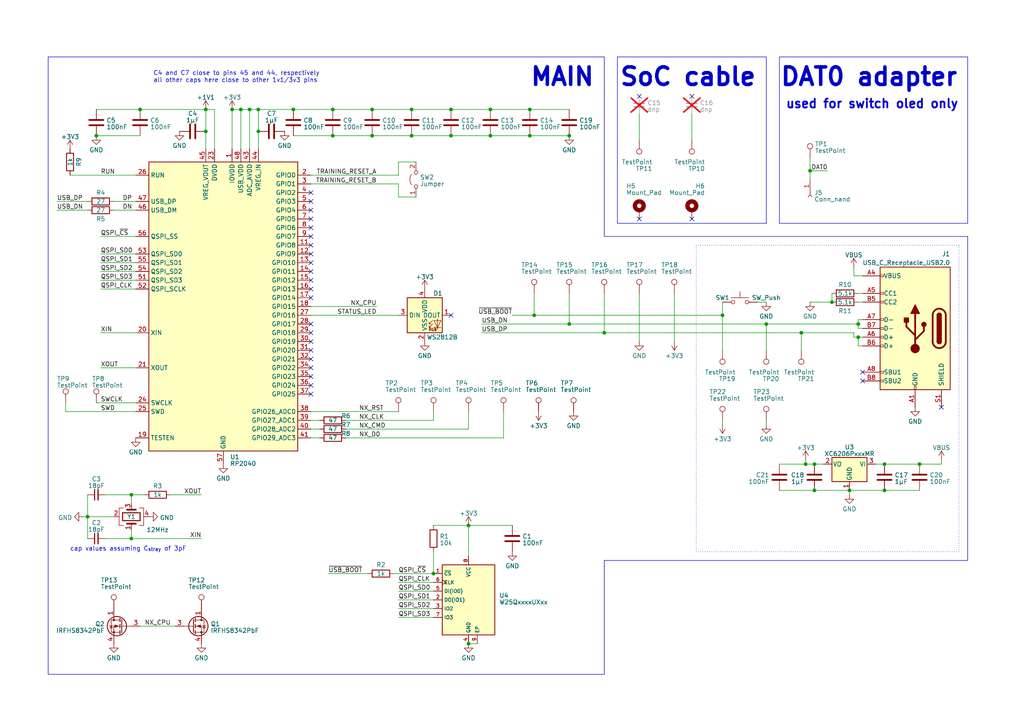
<source format=kicad_sch>
(kicad_sch (version 20230121) (generator eeschema)
  (paper "A4")
  (lib_symbols
    (symbol "Connector:Conn_01x01_Socket" (pin_names (offset 1.016) hide)
      (property "Reference" "J" (at 0 2.54 0))
      (property "Value" "Conn_01x01_Socket" (at 0 -2.54 0))
      (symbol "Conn_01x01_Socket_1_1"
        (pin passive line (at -5.08 0 0) (length 3.81) (name "Pin_1") (number "1"))
      )
    )
    (symbol "Connector:TestPoint" (pin_numbers hide) (pin_names (offset 0.762) hide)
      (property "Reference" "TP" (at 0 6.858 0))
      (property "Value" "TestPoint" (at 0 5.08 0))
      (symbol "TestPoint_1_1"
        (pin passive line (at 0 0 90) (length 2.54) (name "1") (number "1"))
      )
    )
    (symbol "Connector:USB_C_Receptacle_USB2.0" (pin_names (offset 1.016))
      (property "Reference" "J" (at -10.16 19.05 0))
      (property "Value" "USB_C_Receptacle_USB2.0" (at 19.05 19.05 0))
      (symbol "USB_C_Receptacle_USB2.0_1_1"
        (pin passive line (at 0 -22.86 90) (length 5.08) (name "GND") (number "A1"))
        (pin passive line (at 0 -22.86 90) (length 5.08) hide (name "GND") (number "A12"))
        (pin passive line (at 15.24 15.24 180) (length 5.08) (name "VBUS") (number "A4"))
        (pin bidirectional line (at 15.24 10.16 180) (length 5.08) (name "CC1") (number "A5"))
        (pin bidirectional line (at 15.24 -2.54 180) (length 5.08) (name "D+") (number "A6"))
        (pin bidirectional line (at 15.24 2.54 180) (length 5.08) (name "D-") (number "A7"))
        (pin bidirectional line (at 15.24 -12.7 180) (length 5.08) (name "SBU1") (number "A8"))
        (pin passive line (at 15.24 15.24 180) (length 5.08) hide (name "VBUS") (number "A9"))
        (pin passive line (at 0 -22.86 90) (length 5.08) hide (name "GND") (number "B1"))
        (pin passive line (at 0 -22.86 90) (length 5.08) hide (name "GND") (number "B12"))
        (pin passive line (at 15.24 15.24 180) (length 5.08) hide (name "VBUS") (number "B4"))
        (pin bidirectional line (at 15.24 7.62 180) (length 5.08) (name "CC2") (number "B5"))
        (pin bidirectional line (at 15.24 -5.08 180) (length 5.08) (name "D+") (number "B6"))
        (pin bidirectional line (at 15.24 0 180) (length 5.08) (name "D-") (number "B7"))
        (pin bidirectional line (at 15.24 -15.24 180) (length 5.08) (name "SBU2") (number "B8"))
        (pin passive line (at 15.24 15.24 180) (length 5.08) hide (name "VBUS") (number "B9"))
        (pin passive line (at -7.62 -22.86 90) (length 5.08) (name "SHIELD") (number "S1"))
      )
    )
    (symbol "Device:C" (pin_numbers hide) (pin_names (offset 0.254))
      (property "Reference" "C" (at 0.635 2.54 0))
      (property "Value" "C" (at 0.635 -2.54 0))
      (symbol "C_1_1"
        (pin passive line (at 0 3.81 270) (length 2.794) (name "~") (number "1"))
        (pin passive line (at 0 -3.81 90) (length 2.794) (name "~") (number "2"))
      )
    )
    (symbol "Device:C_Small" (pin_numbers hide) (pin_names (offset 0.254) hide)
      (property "Reference" "C" (at 0.254 1.778 0))
      (property "Value" "C_Small" (at 0.254 -2.032 0))
      (symbol "C_Small_1_1"
        (pin passive line (at 0 2.54 270) (length 2.032) (name "~") (number "1"))
        (pin passive line (at 0 -2.54 90) (length 2.032) (name "~") (number "2"))
      )
    )
    (symbol "Device:Crystal_GND24" (pin_names (offset 1.016) hide)
      (property "Reference" "Y" (at 3.175 5.08 0))
      (property "Value" "Crystal_GND24" (at 3.175 3.175 0))
      (symbol "Crystal_GND24_1_1"
        (pin passive line (at -3.81 0 0) (length 1.27) (name "1") (number "1"))
        (pin passive line (at 0 5.08 270) (length 1.27) (name "2") (number "2"))
        (pin passive line (at 3.81 0 180) (length 1.27) (name "3") (number "3"))
        (pin passive line (at 0 -5.08 90) (length 1.27) (name "4") (number "4"))
      )
    )
    (symbol "Device:R" (pin_numbers hide) (pin_names (offset 0))
      (property "Reference" "R" (at 2.032 0 90))
      (property "Value" "R" (at 0 0 90))
      (symbol "R_1_1"
        (pin passive line (at 0 3.81 270) (length 1.27) (name "~") (number "1"))
        (pin passive line (at 0 -3.81 90) (length 1.27) (name "~") (number "2"))
      )
    )
    (symbol "Jumper:Jumper_2_Open" (pin_names (offset 0) hide)
      (property "Reference" "JP" (at 0 2.794 0))
      (property "Value" "Jumper_2_Open" (at 0 -2.286 0))
      (symbol "Jumper_2_Open_1_1"
        (pin passive line (at -5.08 0 0) (length 2.54) (name "A") (number "1"))
        (pin passive line (at 5.08 0 180) (length 2.54) (name "B") (number "2"))
      )
    )
    (symbol "MCU_RaspberryPi:RP2040"
      (property "Reference" "U" (at 17.78 45.72 0))
      (property "Value" "RP2040" (at 17.78 43.18 0))
      (symbol "RP2040_1_1"
        (pin power_in line (at 2.54 45.72 270) (length 3.81) (name "IOVDD") (number "1"))
        (pin passive line (at 2.54 45.72 270) (length 3.81) hide (name "IOVDD") (number "10"))
        (pin bidirectional line (at 25.4 17.78 180) (length 3.81) (name "GPIO8") (number "11"))
        (pin bidirectional line (at 25.4 15.24 180) (length 3.81) (name "GPIO9") (number "12"))
        (pin bidirectional line (at 25.4 12.7 180) (length 3.81) (name "GPIO10") (number "13"))
        (pin bidirectional line (at 25.4 10.16 180) (length 3.81) (name "GPIO11") (number "14"))
        (pin bidirectional line (at 25.4 7.62 180) (length 3.81) (name "GPIO12") (number "15"))
        (pin bidirectional line (at 25.4 5.08 180) (length 3.81) (name "GPIO13") (number "16"))
        (pin bidirectional line (at 25.4 2.54 180) (length 3.81) (name "GPIO14") (number "17"))
        (pin bidirectional line (at 25.4 0 180) (length 3.81) (name "GPIO15") (number "18"))
        (pin input line (at -25.4 -38.1 0) (length 3.81) (name "TESTEN") (number "19"))
        (pin bidirectional line (at 25.4 38.1 180) (length 3.81) (name "GPIO0") (number "2"))
        (pin input line (at -25.4 -7.62 0) (length 3.81) (name "XIN") (number "20"))
        (pin passive line (at -25.4 -17.78 0) (length 3.81) (name "XOUT") (number "21"))
        (pin passive line (at 2.54 45.72 270) (length 3.81) hide (name "IOVDD") (number "22"))
        (pin power_in line (at -2.54 45.72 270) (length 3.81) (name "DVDD") (number "23"))
        (pin input line (at -25.4 -27.94 0) (length 3.81) (name "SWCLK") (number "24"))
        (pin bidirectional line (at -25.4 -30.48 0) (length 3.81) (name "SWD") (number "25"))
        (pin input line (at -25.4 38.1 0) (length 3.81) (name "RUN") (number "26"))
        (pin bidirectional line (at 25.4 -2.54 180) (length 3.81) (name "GPIO16") (number "27"))
        (pin bidirectional line (at 25.4 -5.08 180) (length 3.81) (name "GPIO17") (number "28"))
        (pin bidirectional line (at 25.4 -7.62 180) (length 3.81) (name "GPIO18") (number "29"))
        (pin bidirectional line (at 25.4 35.56 180) (length 3.81) (name "GPIO1") (number "3"))
        (pin bidirectional line (at 25.4 -10.16 180) (length 3.81) (name "GPIO19") (number "30"))
        (pin bidirectional line (at 25.4 -12.7 180) (length 3.81) (name "GPIO20") (number "31"))
        (pin bidirectional line (at 25.4 -15.24 180) (length 3.81) (name "GPIO21") (number "32"))
        (pin passive line (at 2.54 45.72 270) (length 3.81) hide (name "IOVDD") (number "33"))
        (pin bidirectional line (at 25.4 -17.78 180) (length 3.81) (name "GPIO22") (number "34"))
        (pin bidirectional line (at 25.4 -20.32 180) (length 3.81) (name "GPIO23") (number "35"))
        (pin bidirectional line (at 25.4 -22.86 180) (length 3.81) (name "GPIO24") (number "36"))
        (pin bidirectional line (at 25.4 -25.4 180) (length 3.81) (name "GPIO25") (number "37"))
        (pin bidirectional line (at 25.4 -30.48 180) (length 3.81) (name "GPIO26_ADC0") (number "38"))
        (pin bidirectional line (at 25.4 -33.02 180) (length 3.81) (name "GPIO27_ADC1") (number "39"))
        (pin bidirectional line (at 25.4 33.02 180) (length 3.81) (name "GPIO2") (number "4"))
        (pin bidirectional line (at 25.4 -35.56 180) (length 3.81) (name "GPIO28_ADC2") (number "40"))
        (pin bidirectional line (at 25.4 -38.1 180) (length 3.81) (name "GPIO29_ADC3") (number "41"))
        (pin passive line (at 2.54 45.72 270) (length 3.81) hide (name "IOVDD") (number "42"))
        (pin power_in line (at 7.62 45.72 270) (length 3.81) (name "ADC_AVDD") (number "43"))
        (pin power_in line (at 10.16 45.72 270) (length 3.81) (name "VREG_IN") (number "44"))
        (pin power_out line (at -5.08 45.72 270) (length 3.81) (name "VREG_VOUT") (number "45"))
        (pin bidirectional line (at -25.4 27.94 0) (length 3.81) (name "USB_DM") (number "46"))
        (pin bidirectional line (at -25.4 30.48 0) (length 3.81) (name "USB_DP") (number "47"))
        (pin power_in line (at 5.08 45.72 270) (length 3.81) (name "USB_VDD") (number "48"))
        (pin passive line (at 2.54 45.72 270) (length 3.81) hide (name "IOVDD") (number "49"))
        (pin bidirectional line (at 25.4 30.48 180) (length 3.81) (name "GPIO3") (number "5"))
        (pin passive line (at -2.54 45.72 270) (length 3.81) hide (name "DVDD") (number "50"))
        (pin bidirectional line (at -25.4 7.62 0) (length 3.81) (name "QSPI_SD3") (number "51"))
        (pin output line (at -25.4 5.08 0) (length 3.81) (name "QSPI_SCLK") (number "52"))
        (pin bidirectional line (at -25.4 15.24 0) (length 3.81) (name "QSPI_SD0") (number "53"))
        (pin bidirectional line (at -25.4 10.16 0) (length 3.81) (name "QSPI_SD2") (number "54"))
        (pin bidirectional line (at -25.4 12.7 0) (length 3.81) (name "QSPI_SD1") (number "55"))
        (pin bidirectional line (at -25.4 20.32 0) (length 3.81) (name "QSPI_SS") (number "56"))
        (pin power_in line (at 0 -45.72 90) (length 3.81) (name "GND") (number "57"))
        (pin bidirectional line (at 25.4 27.94 180) (length 3.81) (name "GPIO4") (number "6"))
        (pin bidirectional line (at 25.4 25.4 180) (length 3.81) (name "GPIO5") (number "7"))
        (pin bidirectional line (at 25.4 22.86 180) (length 3.81) (name "GPIO6") (number "8"))
        (pin bidirectional line (at 25.4 20.32 180) (length 3.81) (name "GPIO7") (number "9"))
      )
    )
    (symbol "Mechanical:MountingHole_Pad" (pin_numbers hide) (pin_names (offset 1.016) hide)
      (property "Reference" "H" (at 0 6.35 0))
      (property "Value" "MountingHole_Pad" (at 0 4.445 0))
      (symbol "MountingHole_Pad_1_1"
        (pin input line (at 0 -2.54 90) (length 2.54) (name "1") (number "1"))
      )
    )
    (symbol "Regulator_Linear:XC6206PxxxMR" (pin_names (offset 0.254))
      (property "Reference" "U" (at -3.81 3.175 0))
      (property "Value" "XC6206PxxxMR" (at 0 3.175 0))
      (symbol "XC6206PxxxMR_1_1"
        (pin power_in line (at 0 -7.62 90) (length 2.54) (name "GND") (number "1"))
        (pin power_out line (at 7.62 0 180) (length 2.54) (name "VO") (number "2"))
        (pin power_in line (at -7.62 0 0) (length 2.54) (name "VI") (number "3"))
      )
    )
    (symbol "Switch:SW_Push" (pin_numbers hide) (pin_names (offset 1.016) hide)
      (property "Reference" "SW" (at 1.27 2.54 0))
      (property "Value" "SW_Push" (at 0 -1.524 0))
      (symbol "SW_Push_0_1"
        (pin passive line (at -5.08 0 0) (length 2.54) (name "1") (number "1"))
        (pin passive line (at 5.08 0 180) (length 2.54) (name "2") (number "2"))
      )
    )
    (symbol "flexifly:IRFHS8342PbF"
      (property "Reference" "Q" (at 3.81 5.08 0))
      (property "Value" "IRFHS8342PbF" (at 10.16 2.54 0))
      (symbol "IRFHS8342PbF_1_1"
        (pin passive line (at 1.27 5.08 270) (length 2.54) (name "") (number "1"))
        (pin passive line (at 1.27 5.08 270) (length 2.54) hide (name "") (number "2"))
        (pin passive line (at -6.35 0 0) (length 2.54) (name "") (number "3"))
        (pin passive line (at 1.27 -5.08 90) (length 2.54) (name "") (number "4"))
        (pin passive line (at 1.27 5.08 270) (length 2.54) hide (name "") (number "5"))
        (pin passive line (at 1.27 5.08 270) (length 2.54) hide (name "") (number "6"))
        (pin passive line (at 1.27 -5.08 90) (length 2.54) hide (name "") (number "7"))
        (pin passive line (at 1.27 5.08 270) (length 2.54) hide (name "") (number "8"))
      )
    )
    (symbol "flexifly:W25QxxxxUXxx"
      (property "Reference" "U" (at -6.35 11.43 0))
      (property "Value" "W25QxxxxUXxx" (at -8.89 -11.43 0))
      (symbol "W25QxxxxUXxx_0_0"
        (pin input line (at -10.16 7.62 0) (length 2.54) (name "~{CS}") (number "1"))
        (pin bidirectional line (at -10.16 0 0) (length 2.54) (name "DO(IO1)") (number "2"))
        (pin bidirectional line (at -10.16 -2.54 0) (length 2.54) (name "IO2") (number "3"))
        (pin power_in line (at 0 -12.7 90) (length 2.54) (name "GND") (number "4"))
        (pin bidirectional line (at -10.16 2.54 0) (length 2.54) (name "DI(IO0)") (number "5"))
        (pin input clock (at -10.16 5.08 0) (length 2.54) (name "CLK") (number "6"))
        (pin bidirectional line (at -10.16 -5.08 0) (length 2.54) (name "IO3") (number "7"))
      )
      (symbol "W25QxxxxUXxx_1_0"
        (pin power_in line (at 0 12.7 270) (length 2.54) (name "VCC") (number "8"))
        (pin power_in line (at 2.54 -12.7 90) (length 2.54) (name "EP") (number "9"))
      )
    )
    (symbol "flexifly:WS2812B-2020"
      (property "Reference" "U" (at 3.81 6.35 0))
      (property "Value" "WS2812B-2020" (at 0 0 0))
      (symbol "WS2812B-2020_0_0"
        (text "RGB" (at 2.286 -4.191 0) (effects (font (size 0.762 0.762))))
      )
      (symbol "WS2812B-2020_1_1"
        (pin output line (at 7.62 0 180) (length 2.54) (name "DOUT") (number "1"))
        (pin power_in line (at 0 -7.62 90) (length 2.54) (name "VSS") (number "2"))
        (pin input line (at -7.62 0 0) (length 2.54) (name "DIN") (number "3"))
        (pin power_in line (at 0 7.62 270) (length 2.54) (name "VDD") (number "4"))
      )
    )
    (symbol "power:+1V1" (power) (pin_names (offset 0))
      (property "Value" "+1V1" (at 0 3.556 0))
      (symbol "+1V1_1_1"
        (pin power_in line (at 0 0 90) (length 0) hide (name "+1V1") (number "1"))
      )
    )
    (symbol "power:+3V3" (power) (pin_names (offset 0))
      (property "Value" "+3V3" (at 0 3.556 0))
      (symbol "+3V3_1_1"
        (pin power_in line (at 0 0 90) (length 0) hide (name "+3V3") (number "1"))
      )
    )
    (symbol "power:GND" (power) (pin_names (offset 0))
      (property "Value" "GND" (at 0 -3.81 0))
      (symbol "GND_1_1"
        (pin power_in line (at 0 0 270) (length 0) hide (name "GND") (number "1"))
      )
    )
    (symbol "power:VBUS" (power) (pin_names (offset 0))
      (property "Value" "VBUS" (at 0 3.81 0))
      (symbol "VBUS_1_1"
        (pin power_in line (at 0 0 90) (length 0) hide (name "VBUS") (number "1"))
      )
    )
  )
  (junction (at 27.94 39.37))
  (junction (at 85.09 31.75))
  (junction (at 248.92 93.98))
  (junction (at 234.95 49.53))
  (junction (at 74.93 31.75))
  (junction (at 59.69 38.1))
  (junction (at 266.7 134.62))
  (junction (at 96.52 31.75))
  (junction (at 25.4 149.86))
  (junction (at 119.38 39.37))
  (junction (at 130.81 31.75))
  (junction (at 72.39 31.75))
  (junction (at 96.52 39.37))
  (junction (at 222.25 93.98))
  (junction (at 175.26 96.52))
  (junction (at 165.1 39.37))
  (junction (at 236.22 142.24))
  (junction (at 232.41 96.52))
  (junction (at 142.24 31.75))
  (junction (at 256.54 142.24))
  (junction (at 38.1 156.21))
  (junction (at 125.73 166.37))
  (junction (at 153.67 39.37))
  (junction (at 119.38 31.75))
  (junction (at 69.85 31.75))
  (junction (at 67.31 31.75))
  (junction (at 107.95 31.75))
  (junction (at 236.22 134.62))
  (junction (at 165.1 93.98))
  (junction (at 142.24 39.37))
  (junction (at 38.1 143.51))
  (junction (at 59.69 31.75))
  (junction (at 130.81 39.37))
  (junction (at 248.92 97.79))
  (junction (at 256.54 134.62))
  (junction (at 135.89 152.4))
  (junction (at 209.55 91.44))
  (junction (at 40.64 31.75))
  (junction (at 233.68 134.62))
  (junction (at 135.89 186.69))
  (junction (at 74.93 38.1))
  (junction (at 153.67 31.75))
  (junction (at 241.3 87.63))
  (junction (at 107.95 39.37))
  (junction (at 154.94 91.44))
  (junction (at 246.38 142.24))
  (no_connect (at 90.17 71.12))
  (no_connect (at 90.17 60.96))
  (no_connect (at 90.17 99.06))
  (no_connect (at 250.19 107.95))
  (no_connect (at 273.05 118.11))
  (no_connect (at 90.17 68.58))
  (no_connect (at 250.19 110.49))
  (no_connect (at 90.17 114.3))
  (no_connect (at 90.17 109.22))
  (no_connect (at 90.17 63.5))
  (no_connect (at 90.17 104.14))
  (no_connect (at 90.17 93.98))
  (no_connect (at 90.17 55.88))
  (no_connect (at 90.17 106.68))
  (no_connect (at 90.17 111.76))
  (no_connect (at 90.17 83.82))
  (no_connect (at 90.17 73.66))
  (no_connect (at 200.66 63.5))
  (no_connect (at 90.17 96.52))
  (no_connect (at 90.17 86.36))
  (no_connect (at 90.17 76.2))
  (no_connect (at 185.42 63.5))
  (no_connect (at 90.17 81.28))
  (no_connect (at 200.66 27.94))
  (no_connect (at 130.81 91.44))
  (no_connect (at 90.17 78.74))
  (no_connect (at 90.17 66.04))
  (no_connect (at 90.17 58.42))
  (no_connect (at 185.42 27.94))
  (no_connect (at 90.17 101.6))
  (polyline (pts (xy 175.26 68.58) (xy 280.67 68.58)))
  (wire (pts (xy 115.57 57.15) (xy 120.65 57.15)))
  (wire (pts (xy 222.25 93.98) (xy 222.25 101.6)))
  (wire (pts (xy 40.64 181.61) (xy 50.8 181.61)))
  (wire (pts (xy 38.1 153.67) (xy 38.1 156.21)))
  (wire (pts (xy 72.39 31.75) (xy 72.39 43.18)))
  (wire (pts (xy 139.7 93.98) (xy 165.1 93.98)))
  (wire (pts (xy 248.92 85.09) (xy 250.19 85.09)))
  (wire (pts (xy 115.57 168.91) (xy 125.73 168.91)))
  (wire (pts (xy 30.48 143.51) (xy 38.1 143.51)))
  (wire (pts (xy 33.02 60.96) (xy 39.37 60.96)))
  (wire (pts (xy 100.33 124.46) (xy 135.89 124.46)))
  (polyline (pts (xy 13.97 195.58) (xy 13.97 16.51)))
  (wire (pts (xy 233.68 134.62) (xy 236.22 134.62)))
  (wire (pts (xy 25.4 149.86) (xy 33.02 149.86)))
  (wire (pts (xy 209.55 87.63) (xy 209.55 91.44)))
  (wire (pts (xy 234.95 49.53) (xy 234.95 52.07)))
  (wire (pts (xy 232.41 96.52) (xy 247.65 96.52)))
  (polyline (pts (xy 175.26 16.51) (xy 175.26 68.58)))
  (wire (pts (xy 130.81 31.75) (xy 142.24 31.75)))
  (wire (pts (xy 29.21 106.68) (xy 39.37 106.68)))
  (wire (pts (xy 154.94 91.44) (xy 209.55 91.44)))
  (wire (pts (xy 115.57 53.34) (xy 115.57 57.15)))
  (wire (pts (xy 38.1 143.51) (xy 38.1 146.05)))
  (wire (pts (xy 115.57 173.99) (xy 125.73 173.99)))
  (wire (pts (xy 233.68 133.35) (xy 233.68 134.62)))
  (wire (pts (xy 241.3 85.09) (xy 241.3 87.63)))
  (wire (pts (xy 25.4 149.86) (xy 25.4 156.21)))
  (wire (pts (xy 115.57 179.07) (xy 125.73 179.07)))
  (wire (pts (xy 20.32 50.8) (xy 39.37 50.8)))
  (wire (pts (xy 114.3 166.37) (xy 125.73 166.37)))
  (wire (pts (xy 226.06 134.62) (xy 233.68 134.62)))
  (wire (pts (xy 100.33 127) (xy 146.05 127)))
  (wire (pts (xy 153.67 39.37) (xy 165.1 39.37)))
  (wire (pts (xy 25.4 143.51) (xy 25.4 149.86)))
  (wire (pts (xy 119.38 39.37) (xy 130.81 39.37)))
  (wire (pts (xy 16.51 58.42) (xy 25.4 58.42)))
  (wire (pts (xy 256.54 134.62) (xy 266.7 134.62)))
  (wire (pts (xy 27.94 31.75) (xy 40.64 31.75)))
  (wire (pts (xy 256.54 142.24) (xy 266.7 142.24)))
  (wire (pts (xy 200.66 33.02) (xy 200.66 40.64)))
  (wire (pts (xy 248.92 92.71) (xy 250.19 92.71)))
  (wire (pts (xy 120.65 46.99) (xy 115.57 46.99)))
  (wire (pts (xy 96.52 39.37) (xy 107.95 39.37)))
  (wire (pts (xy 209.55 91.44) (xy 209.55 101.6)))
  (wire (pts (xy 115.57 171.45) (xy 125.73 171.45)))
  (wire (pts (xy 74.93 38.1) (xy 74.93 43.18)))
  (wire (pts (xy 130.81 39.37) (xy 142.24 39.37)))
  (wire (pts (xy 16.51 60.96) (xy 25.4 60.96)))
  (wire (pts (xy 29.21 73.66) (xy 39.37 73.66)))
  (wire (pts (xy 248.92 97.79) (xy 248.92 100.33)))
  (wire (pts (xy 74.93 31.75) (xy 85.09 31.75)))
  (wire (pts (xy 119.38 31.75) (xy 130.81 31.75)))
  (wire (pts (xy 29.21 83.82) (xy 39.37 83.82)))
  (wire (pts (xy 29.21 78.74) (xy 39.37 78.74)))
  (wire (pts (xy 248.92 95.25) (xy 250.19 95.25)))
  (wire (pts (xy 248.92 87.63) (xy 250.19 87.63)))
  (wire (pts (xy 222.25 121.92) (xy 222.25 123.19)))
  (wire (pts (xy 236.22 142.24) (xy 246.38 142.24)))
  (wire (pts (xy 62.23 31.75) (xy 62.23 43.18)))
  (wire (pts (xy 24.13 149.86) (xy 25.4 149.86)))
  (wire (pts (xy 90.17 53.34) (xy 115.57 53.34)))
  (wire (pts (xy 115.57 176.53) (xy 125.73 176.53)))
  (polyline (pts (xy 201.93 71.12) (xy 278.13 71.12)) (stroke (width 0) (type dot)))
  (wire (pts (xy 142.24 39.37) (xy 153.67 39.37)))
  (wire (pts (xy 107.95 39.37) (xy 119.38 39.37)))
  (wire (pts (xy 165.1 93.98) (xy 165.1 85.09)))
  (wire (pts (xy 59.69 43.18) (xy 59.69 38.1)))
  (polyline (pts (xy 175.26 162.56) (xy 175.26 195.58)))
  (wire (pts (xy 247.65 77.47) (xy 247.65 80.01)))
  (wire (pts (xy 90.17 119.38) (xy 115.57 119.38)))
  (wire (pts (xy 219.71 87.63) (xy 222.25 87.63)))
  (wire (pts (xy 232.41 96.52) (xy 232.41 101.6)))
  (wire (pts (xy 38.1 143.51) (xy 41.91 143.51)))
  (wire (pts (xy 29.21 76.2) (xy 39.37 76.2)))
  (wire (pts (xy 115.57 46.99) (xy 115.57 50.8)))
  (wire (pts (xy 234.95 49.53) (xy 240.03 49.53)))
  (wire (pts (xy 74.93 31.75) (xy 74.93 38.1)))
  (wire (pts (xy 96.52 31.75) (xy 107.95 31.75)))
  (wire (pts (xy 175.26 96.52) (xy 175.26 85.09)))
  (wire (pts (xy 135.89 119.38) (xy 135.89 124.46)))
  (wire (pts (xy 135.89 152.4) (xy 135.89 161.29)))
  (wire (pts (xy 85.09 31.75) (xy 96.52 31.75)))
  (wire (pts (xy 29.21 96.52) (xy 39.37 96.52)))
  (wire (pts (xy 95.25 166.37) (xy 106.68 166.37)))
  (wire (pts (xy 67.31 31.75) (xy 69.85 31.75)))
  (wire (pts (xy 246.38 143.51) (xy 246.38 142.24)))
  (polyline (pts (xy 201.93 71.12) (xy 201.93 160.02)) (stroke (width 0) (type dot)))
  (wire (pts (xy 38.1 156.21) (xy 58.42 156.21)))
  (polyline (pts (xy 278.13 160.02) (xy 201.93 160.02)) (stroke (width 0) (type dot)))
  (wire (pts (xy 165.1 93.98) (xy 222.25 93.98)))
  (wire (pts (xy 248.92 93.98) (xy 248.92 95.25)))
  (wire (pts (xy 59.69 31.75) (xy 59.69 38.1)))
  (wire (pts (xy 90.17 127) (xy 92.71 127)))
  (wire (pts (xy 234.95 45.72) (xy 234.95 49.53)))
  (wire (pts (xy 185.42 33.02) (xy 185.42 40.64)))
  (wire (pts (xy 67.31 31.75) (xy 67.31 43.18)))
  (wire (pts (xy 125.73 119.38) (xy 125.73 121.92)))
  (wire (pts (xy 142.24 31.75) (xy 153.67 31.75)))
  (wire (pts (xy 248.92 97.79) (xy 247.65 97.79)))
  (wire (pts (xy 266.7 134.62) (xy 273.05 134.62)))
  (wire (pts (xy 139.7 96.52) (xy 175.26 96.52)))
  (wire (pts (xy 90.17 121.92) (xy 92.71 121.92)))
  (wire (pts (xy 247.65 80.01) (xy 250.19 80.01)))
  (wire (pts (xy 69.85 31.75) (xy 69.85 43.18)))
  (wire (pts (xy 90.17 91.44) (xy 115.57 91.44)))
  (wire (pts (xy 254 134.62) (xy 256.54 134.62)))
  (wire (pts (xy 154.94 91.44) (xy 154.94 85.09)))
  (wire (pts (xy 135.89 186.69) (xy 138.43 186.69)))
  (wire (pts (xy 209.55 121.92) (xy 209.55 123.19)))
  (wire (pts (xy 125.73 152.4) (xy 135.89 152.4)))
  (wire (pts (xy 153.67 31.75) (xy 165.1 31.75)))
  (wire (pts (xy 185.42 85.09) (xy 185.42 99.06)))
  (wire (pts (xy 69.85 31.75) (xy 72.39 31.75)))
  (wire (pts (xy 100.33 121.92) (xy 125.73 121.92)))
  (wire (pts (xy 85.09 39.37) (xy 96.52 39.37)))
  (wire (pts (xy 29.21 81.28) (xy 39.37 81.28)))
  (wire (pts (xy 247.65 96.52) (xy 247.65 97.79)))
  (wire (pts (xy 19.05 119.38) (xy 19.05 116.84)))
  (wire (pts (xy 195.58 85.09) (xy 195.58 99.06)))
  (wire (pts (xy 107.95 31.75) (xy 119.38 31.75)))
  (polyline (pts (xy 13.97 16.51) (xy 175.26 16.51)))
  (wire (pts (xy 33.02 58.42) (xy 39.37 58.42)))
  (polyline (pts (xy 175.26 195.58) (xy 13.97 195.58)))
  (wire (pts (xy 246.38 142.24) (xy 256.54 142.24)))
  (wire (pts (xy 27.94 116.84) (xy 39.37 116.84)))
  (wire (pts (xy 148.59 91.44) (xy 154.94 91.44)))
  (wire (pts (xy 234.95 87.63) (xy 241.3 87.63)))
  (wire (pts (xy 90.17 88.9) (xy 109.22 88.9)))
  (wire (pts (xy 29.21 68.58) (xy 39.37 68.58)))
  (wire (pts (xy 40.64 31.75) (xy 59.69 31.75)))
  (wire (pts (xy 49.53 143.51) (xy 58.42 143.51)))
  (wire (pts (xy 248.92 93.98) (xy 248.92 92.71)))
  (wire (pts (xy 72.39 31.75) (xy 74.93 31.75)))
  (wire (pts (xy 248.92 100.33) (xy 250.19 100.33)))
  (wire (pts (xy 38.1 156.21) (xy 30.48 156.21)))
  (wire (pts (xy 146.05 119.38) (xy 146.05 127)))
  (wire (pts (xy 90.17 124.46) (xy 92.71 124.46)))
  (polyline (pts (xy 278.13 71.12) (xy 278.13 160.02)) (stroke (width 0) (type dot)))
  (wire (pts (xy 19.05 119.38) (xy 39.37 119.38)))
  (wire (pts (xy 27.94 39.37) (xy 40.64 39.37)))
  (wire (pts (xy 236.22 134.62) (xy 238.76 134.62)))
  (wire (pts (xy 135.89 152.4) (xy 148.59 152.4)))
  (wire (pts (xy 125.73 160.02) (xy 125.73 166.37)))
  (polyline (pts (xy 280.67 68.58) (xy 280.67 162.56)))
  (wire (pts (xy 59.69 31.75) (xy 62.23 31.75)))
  (wire (pts (xy 273.05 134.62) (xy 273.05 133.35)))
  (wire (pts (xy 222.25 93.98) (xy 248.92 93.98)))
  (wire (pts (xy 226.06 142.24) (xy 236.22 142.24)))
  (polyline (pts (xy 280.67 162.56) (xy 175.26 162.56)))
  (wire (pts (xy 248.92 97.79) (xy 250.19 97.79)))
  (wire (pts (xy 90.17 50.8) (xy 115.57 50.8)))
  (wire (pts (xy 175.26 96.52) (xy 232.41 96.52)))
  (rectangle (start 226.06 16.51) (end 280.67 64.77))
  (rectangle (start 179.07 16.51) (end 222.25 64.77))
  (text "DAT0 adapter" (at 278.13 25.4 0) (effects (font (size 5.08 5.08) (thickness 1.016) bold) (justify right bottom)))
  (text "C4 and C7 close to pins 45 and 44, respectively\nall other caps here close to other 1v1/3v3 pins" (at 44.45 24.13 0) (effects (font (size 1.27 1.27)) (justify left bottom)))
  (text "MAIN" (at 172.72 25.4 0) (effects (font (size 5.08 5.08) (thickness 1.016) bold) (justify right bottom)))
  (text "SoC cable" (at 219.71 25.4 0) (effects (font (size 5.08 5.08) (thickness 1.016) bold) (justify right bottom)))
  (text "cap values assuming C_{stray} of 3pF" (at 20.32 160.02 0) (effects (font (size 1.27 1.27)) (justify left bottom)))
  (text "used for switch oled only" (at 278.13 31.75 0) (effects (font (size 2.54 2.54) (thickness 0.508) bold) (justify right bottom)))
  (label "QSPI_SD0" (at 115.57 171.45 0))
  (label "NX_D0" (at 104.14 127 0))
  (label "QSPI_SD1" (at 29.21 76.2 0))
  (label "XIN" (at 58.42 156.21 180))
  (label "RUN" (at 29.21 50.8 0))
  (label "STATUS_LED" (at 109.22 91.44 180))
  (label "USB_DN" (at 139.7 93.98 0))
  (label "USB_DN" (at 16.51 60.96 0))
  (label "QSPI_CLK" (at 115.57 168.91 0))
  (label "SWCLK" (at 29.21 116.84 0))
  (label "DP" (at 35.56 58.42 0))
  (label "~{USB_BOOT}" (at 148.59 91.44 180))
  (label "NX_CPU" (at 109.22 88.9 180))
  (label "QSPI_SD3" (at 29.21 81.28 0))
  (label "QSPI_SD2" (at 115.57 176.53 0))
  (label "DAT0" (at 240.03 49.53 180))
  (label "~{USB_BOOT}" (at 95.25 166.37 0))
  (label "NX_CMD" (at 104.14 124.46 0))
  (label "DN" (at 35.56 60.96 0))
  (label "QSPI_~{CS}" (at 115.57 166.37 0))
  (label "NX_RST" (at 104.14 119.38 0))
  (label "USB_DP" (at 139.7 96.52 0))
  (label "QSPI_SD2" (at 29.21 78.74 0))
  (label "NX_CLK" (at 104.14 121.92 0))
  (label "USB_DP" (at 16.51 58.42 0))
  (label "TRAINING_RESET_A" (at 109.22 50.8 180))
  (label "NX_CPU" (at 49.53 181.61 180))
  (label "XOUT" (at 58.42 143.51 180))
  (label "QSPI_SD0" (at 29.21 73.66 0))
  (label "QSPI_~{CS}" (at 29.21 68.58 0))
  (label "SWD" (at 29.21 119.38 0))
  (label "QSPI_SD3" (at 115.57 179.07 0))
  (label "XOUT" (at 29.21 106.68 0))
  (label "TRAINING_RESET_B" (at 109.22 53.34 180))
  (label "QSPI_CLK" (at 29.21 83.82 0))
  (label "QSPI_SD1" (at 115.57 173.99 0))
  (label "XIN" (at 29.21 96.52 0))
  (symbol (lib_id "power:GND") (at 222.25 123.19 0) (unit 1)
    (property "Reference" "#PWR027" (effects hide))
    (property "Value" "GND" (at 222.25 127.3255 0))
  )
  (symbol (lib_id "Device:R") (at 110.49 166.37 90) (unit 1)
    (property "Reference" "R2" (at 110.49 163.83 90))
    (property "Value" "1k" (at 110.49 166.37 90))
    (property "Footprint" "Resistor_SMD:R_0201_0603Metric" (effects hide))
    (property "LCSC" "C25543" (effects hide))
  )
  (symbol (lib_id "Device:R") (at 29.21 60.96 270) (unit 1)
    (property "Reference" "R5" (at 29.21 63.5 90))
    (property "Value" "27" (at 29.21 60.96 90))
    (property "Footprint" "Resistor_SMD:R_0201_0603Metric" (effects hide))
    (property "LCSC" "C25100" (effects hide))
  )
  (symbol (lib_id "power:GND") (at 246.38 143.51 0) (unit 1)
    (property "Reference" "#PWR026" (effects hide))
    (property "Value" "GND" (at 246.38 147.6455 0))
  )
  (symbol (lib_id "Device:R") (at 20.32 46.99 0) (unit 1)
    (property "Reference" "R9" (at 22.86 46.99 90))
    (property "Value" "1k" (at 20.32 46.99 90))
    (property "Footprint" "Resistor_SMD:R_0201_0603Metric" (effects hide))
    (property "LCSC" "C25543" (effects hide))
  )
  (symbol (lib_id "Device:C") (at 85.09 35.56 180) (unit 1)
    (property "Reference" "C8" (at 88.011 34.9163 0) (effects (justify right)))
    (property "Value" "100nF" (at 88.011 36.8373 0) (effects (justify right)))
    (property "Footprint" "Capacitor_SMD:C_0201_0603Metric" (effects hide))
    (property "LCSC" "C1525" (effects hide))
  )
  (symbol (lib_id "power:VBUS") (at 273.05 133.35 0) (unit 1)
    (property "Reference" "#PWR025" (effects hide))
    (property "Value" "VBUS" (at 273.05 129.8481 0))
  )
  (symbol (lib_id "Connector:TestPoint") (at 115.57 119.38 0) (unit 1) (in_bom no)
    (property "Reference" "TP2" (at 111.76 111.109 0) (effects (justify left)))
    (property "Value" "TestPoint" (at 111.76 113.03 0) (effects (justify left)))
    (property "Footprint" "flexifly:TP_pad_1mm_dense" (effects hide))
  )
  (symbol (lib_id "Device:C") (at 55.88 38.1 90) (unit 1)
    (property "Reference" "C4" (at 55.88 32.9311 90))
    (property "Value" "1µF" (at 55.88 34.8521 90))
    (property "Footprint" "Capacitor_SMD:C_0201_0603Metric" (effects hide))
    (property "LCSC" "C14445" (effects hide))
  )
  (symbol (lib_id "Connector:TestPoint") (at 209.55 121.92 0) (unit 1) (in_bom no)
    (property "Reference" "TP22" (at 205.74 113.649 0) (effects (justify left)))
    (property "Value" "TestPoint" (at 205.74 115.57 0) (effects (justify left)))
    (property "Footprint" "flexifly:TP_pad_1mm_dense" (effects hide))
  )
  (symbol (lib_id "Connector:TestPoint") (at 232.41 101.6 180) (unit 1) (in_bom no)
    (property "Reference" "TP21" (at 236.22 109.871 0) (effects (justify left)))
    (property "Value" "TestPoint" (at 236.22 107.95 0) (effects (justify left)))
    (property "Footprint" "flexifly:TP_pad_1mm_dense" (effects hide))
  )
  (symbol (lib_id "Connector:TestPoint") (at 195.58 85.09 0) (unit 1) (in_bom no)
    (property "Reference" "TP18" (at 191.77 76.819 0) (effects (justify left)))
    (property "Value" "TestPoint" (at 191.77 78.74 0) (effects (justify left)))
    (property "Footprint" "flexifly:TP_pad_1mm_dense" (effects hide))
  )
  (symbol (lib_id "Device:R") (at 245.11 85.09 90) (unit 1)
    (property "Reference" "R10" (at 245.11 82.55 90))
    (property "Value" "5.1k" (at 245.11 85.09 90))
    (property "Footprint" "Resistor_SMD:R_0201_0603Metric" (effects hide))
  )
  (symbol (lib_id "power:+3V3") (at 195.58 99.06 180) (unit 1)
    (property "Reference" "#PWR022" (effects hide))
    (property "Value" "+3V3" (at 195.58 103.1955 0))
  )
  (symbol (lib_id "power:GND") (at 39.37 127 0) (unit 1)
    (property "Reference" "#PWR05" (effects hide))
    (property "Value" "GND" (at 39.37 131.1355 0))
  )
  (symbol (lib_id "power:GND") (at 33.02 186.69 0) (unit 1)
    (property "Reference" "#PWR011" (effects hide))
    (property "Value" "GND" (at 33.02 190.8255 0))
  )
  (symbol (lib_id "power:GND") (at 234.95 87.63 0) (unit 1)
    (property "Reference" "#PWR020" (effects hide))
    (property "Value" "GND" (at 234.95 91.7655 0))
  )
  (symbol (lib_id "Device:R") (at 29.21 58.42 90) (unit 1)
    (property "Reference" "R4" (at 29.21 55.88 90))
    (property "Value" "27" (at 29.21 58.42 90))
    (property "Footprint" "Resistor_SMD:R_0201_0603Metric" (effects hide))
    (property "LCSC" "C25100" (effects hide))
  )
  (symbol (lib_id "power:GND") (at 166.37 119.38 0) (unit 1)
    (property "Reference" "#PWR029" (effects hide))
    (property "Value" "GND" (at 166.37 123.5155 0))
  )
  (symbol (lib_id "Device:C") (at 130.81 35.56 180) (unit 1)
    (property "Reference" "C12" (at 133.731 34.9163 0) (effects (justify right)))
    (property "Value" "100nF" (at 133.731 36.8373 0) (effects (justify right)))
    (property "Footprint" "Capacitor_SMD:C_0201_0603Metric" (effects hide))
    (property "LCSC" "C1525" (effects hide))
  )
  (symbol (lib_id "Connector:TestPoint") (at 209.55 101.6 180) (unit 1) (in_bom no)
    (property "Reference" "TP19" (at 213.36 109.871 0) (effects (justify left)))
    (property "Value" "TestPoint" (at 213.36 107.95 0) (effects (justify left)))
    (property "Footprint" "flexifly:TP_pad_1mm_dense" (effects hide))
  )
  (symbol (lib_id "Device:Crystal_GND24") (at 38.1 149.86 90) (unit 1)
    (property "Reference" "Y1" (at 38.1 149.86 90))
    (property "Value" "12MHz" (at 45.72 153.67 90))
    (property "Footprint" "Crystal:Crystal_SMD_2520-4Pin_2.5x2.0mm" (effects hide))
    (property "LCSC" "C2901718" (effects hide))
  )
  (symbol (lib_id "Connector:TestPoint") (at 33.02 176.53 0) (unit 1) (in_bom no)
    (property "Reference" "TP13" (at 29.21 168.259 0) (effects (justify left)))
    (property "Value" "TestPoint" (at 29.21 170.18 0) (effects (justify left)))
    (property "Footprint" "flexifly:TP_pad_1mm_dense" (effects hide))
  )
  (symbol (lib_id "Device:R") (at 45.72 143.51 90) (unit 1)
    (property "Reference" "R3" (at 45.72 140.97 90))
    (property "Value" "1k" (at 45.72 143.51 90))
    (property "Footprint" "Resistor_SMD:R_0201_0603Metric" (effects hide))
    (property "LCSC" "C25543" (effects hide))
  )
  (symbol (lib_id "Device:C") (at 142.24 35.56 180) (unit 1)
    (property "Reference" "C13" (at 145.161 34.9163 0) (effects (justify right)))
    (property "Value" "100nF" (at 145.161 36.8373 0) (effects (justify right)))
    (property "Footprint" "Capacitor_SMD:C_0201_0603Metric" (effects hide))
    (property "LCSC" "C1525" (effects hide))
  )
  (symbol (lib_id "Connector:TestPoint") (at 234.95 45.72 0) (unit 1) (in_bom no)
    (property "Reference" "TP1" (at 236.347 41.7743 0) (effects (justify left)))
    (property "Value" "TestPoint" (at 236.347 43.6953 0) (effects (justify left)))
    (property "Footprint" "flexifly:TP_pad_1mm_dense" (effects hide))
  )
  (symbol (lib_id "power:GND") (at 43.18 149.86 90) (unit 1)
    (property "Reference" "#PWR07" (effects hide))
    (property "Value" "GND" (at 46.355 150.1768 90) (effects (justify right)))
  )
  (symbol (lib_id "Connector:Conn_01x01_Socket") (at 234.95 57.15 270) (unit 1) (in_bom no)
    (property "Reference" "J5" (at 236.1692 55.8713 90) (effects (justify left)))
    (property "Value" "Conn_nand" (at 236.1692 57.7923 90) (effects (justify left)))
    (property "Footprint" "flexifly:Conn_BGA_shim_dat0" (effects hide))
  )
  (symbol (lib_id "Device:C") (at 96.52 35.56 180) (unit 1)
    (property "Reference" "C9" (at 99.441 34.9163 0) (effects (justify right)))
    (property "Value" "100nF" (at 99.441 36.8373 0) (effects (justify right)))
    (property "Footprint" "Capacitor_SMD:C_0201_0603Metric" (effects hide))
    (property "LCSC" "C1525" (effects hide))
  )
  (symbol (lib_id "Connector:TestPoint") (at 58.42 176.53 0) (unit 1) (in_bom no)
    (property "Reference" "TP12" (at 54.61 168.259 0) (effects (justify left)))
    (property "Value" "TestPoint" (at 54.61 170.18 0) (effects (justify left)))
    (property "Footprint" "flexifly:TP_pad_1mm_dense" (effects hide))
  )
  (symbol (lib_id "power:+3V3") (at 123.19 83.82 0) (unit 1)
    (property "Reference" "#PWR017" (effects hide))
    (property "Value" "+3V3" (at 123.19 80.3181 0))
  )
  (symbol (lib_id "Device:C") (at 165.1 35.56 180) (unit 1)
    (property "Reference" "C19" (at 168.021 34.9163 0) (effects (justify right)))
    (property "Value" "100nF" (at 168.021 36.8373 0) (effects (justify right)))
    (property "Footprint" "Capacitor_SMD:C_0201_0603Metric" (effects hide))
    (property "LCSC" "C1525" (effects hide))
  )
  (symbol (lib_id "Jumper:Jumper_2_Open") (at 120.65 52.07 90) (unit 1) (in_bom no)
    (property "Reference" "SW2" (at 121.793 51.4263 90) (effects (justify right)))
    (property "Value" "Jumper" (at 121.793 53.3473 90) (effects (justify right)))
    (property "Footprint" "flexifly:SolderJumper-2_Dense" (effects hide))
  )
  (symbol (lib_id "flexifly:W25QxxxxUXxx") (at 135.89 173.99 0) (unit 1)
    (property "Reference" "U4" (at 144.78 172.72 0) (effects (justify left)))
    (property "Value" "W25QxxxxUXxx" (at 144.78 174.641 0) (effects (justify left)))
    (property "Footprint" "flexifly:W25QxxxxUXxx" (effects hide))
    (property "LCSC" "C401672" (effects hide))
  )
  (symbol (lib_id "power:GND") (at 27.94 39.37 0) (unit 1)
    (property "Reference" "#PWR013" (effects hide))
    (property "Value" "GND" (at 27.94 43.5055 0))
  )
  (symbol (lib_id "Connector:TestPoint") (at 222.25 101.6 180) (unit 1) (in_bom no)
    (property "Reference" "TP20" (at 226.06 109.871 0) (effects (justify left)))
    (property "Value" "TestPoint" (at 226.06 107.95 0) (effects (justify left)))
    (property "Footprint" "flexifly:TP_pad_1mm_dense" (effects hide))
  )
  (symbol (lib_id "power:+3V3") (at 20.32 43.18 0) (unit 1)
    (property "Reference" "#PWR032" (effects hide))
    (property "Value" "+3V3" (at 20.32 39.6781 0))
  )
  (symbol (lib_id "Connector:TestPoint") (at 156.21 119.38 0) (unit 1) (in_bom no)
    (property "Reference" "TP6" (at 152.4 111.109 0) (effects (justify left)))
    (property "Value" "TestPoint" (at 152.4 113.03 0) (effects (justify left)))
    (property "Footprint" "flexifly:TP_pad_1mm_dense" (effects hide))
  )
  (symbol (lib_id "power:+3V3") (at 209.55 123.19 180) (unit 1)
    (property "Reference" "#PWR023" (effects hide))
    (property "Value" "+3V3" (at 209.55 127.3255 0))
  )
  (symbol (lib_id "Connector:TestPoint") (at 125.73 119.38 0) (unit 1) (in_bom no)
    (property "Reference" "TP3" (at 121.92 111.109 0) (effects (justify left)))
    (property "Value" "TestPoint" (at 121.92 113.03 0) (effects (justify left)))
    (property "Footprint" "flexifly:TP_pad_1mm_dense" (effects hide))
  )
  (symbol (lib_id "Connector:TestPoint") (at 154.94 85.09 0) (unit 1) (in_bom no)
    (property "Reference" "TP14" (at 151.13 76.819 0) (effects (justify left)))
    (property "Value" "TestPoint" (at 151.13 78.74 0) (effects (justify left)))
    (property "Footprint" "flexifly:TP_pad_1mm_dense" (effects hide))
  )
  (symbol (lib_id "Connector:TestPoint") (at 222.25 121.92 0) (unit 1) (in_bom no)
    (property "Reference" "TP23" (at 218.44 113.649 0) (effects (justify left)))
    (property "Value" "TestPoint" (at 218.44 115.57 0) (effects (justify left)))
    (property "Footprint" "flexifly:TP_pad_1mm_dense" (effects hide))
  )
  (symbol (lib_id "power:GND") (at 165.1 39.37 0) (unit 1)
    (property "Reference" "#PWR033" (effects hide))
    (property "Value" "GND" (at 165.1 43.5055 0))
  )
  (symbol (lib_id "Device:C") (at 107.95 35.56 180) (unit 1)
    (property "Reference" "C10" (at 110.871 34.9163 0) (effects (justify right)))
    (property "Value" "100nF" (at 110.871 36.8373 0) (effects (justify right)))
    (property "Footprint" "Capacitor_SMD:C_0201_0603Metric" (effects hide))
    (property "LCSC" "C1525" (effects hide))
  )
  (symbol (lib_id "Mechanical:MountingHole_Pad") (at 185.42 60.96 0) (unit 1) (in_bom no)
    (property "Reference" "H5" (at 181.61 53.959 0) (effects (justify left)))
    (property "Value" "Mount_Pad" (at 181.61 55.88 0) (effects (justify left)))
    (property "Footprint" "TestPoint:TestPoint_Pad_2.0x2.0mm" (effects hide))
  )
  (symbol (lib_id "power:+1V1") (at 59.69 31.75 0) (unit 1)
    (property "Reference" "#PWR014" (effects hide))
    (property "Value" "+1V1" (at 59.69 28.2481 0))
  )
  (symbol (lib_id "Device:C") (at 27.94 35.56 180) (unit 1)
    (property "Reference" "C5" (at 30.861 34.9163 0) (effects (justify right)))
    (property "Value" "100nF" (at 30.861 36.8373 0) (effects (justify right)))
    (property "Footprint" "Capacitor_SMD:C_0201_0603Metric" (effects hide))
    (property "LCSC" "C1525" (effects hide))
  )
  (symbol (lib_id "Device:R") (at 96.52 124.46 270) (unit 1)
    (property "Reference" "R7" (at 100.33 123.19 90))
    (property "Value" "47" (at 96.52 124.46 90))
    (property "Footprint" "Resistor_SMD:R_0201_0603Metric" (effects hide))
    (property "LCSC" "C25118" (effects hide))
  )
  (symbol (lib_id "power:GND") (at 123.19 99.06 0) (unit 1)
    (property "Reference" "#PWR018" (effects hide))
    (property "Value" "GND" (at 123.19 103.1955 0))
  )
  (symbol (lib_id "Connector:TestPoint") (at 166.37 119.38 0) (unit 1) (in_bom no)
    (property "Reference" "TP7" (at 162.56 111.109 0) (effects (justify left)))
    (property "Value" "TestPoint" (at 162.56 113.03 0) (effects (justify left)))
    (property "Footprint" "flexifly:TP_pad_1mm_dense" (effects hide))
  )
  (symbol (lib_id "power:GND") (at 64.77 134.62 0) (unit 1)
    (property "Reference" "#PWR01" (effects hide))
    (property "Value" "GND" (at 64.77 138.7555 0))
  )
  (symbol (lib_id "power:GND") (at 185.42 99.06 0) (unit 1)
    (property "Reference" "#PWR021" (effects hide))
    (property "Value" "GND" (at 185.42 103.1955 0))
  )
  (symbol (lib_id "Device:C") (at 256.54 138.43 180) (unit 1)
    (property "Reference" "C17" (at 259.461 137.7863 0) (effects (justify right)))
    (property "Value" "1µF" (at 259.461 139.7073 0) (effects (justify right)))
    (property "Footprint" "Capacitor_SMD:C_0201_0603Metric" (effects hide))
    (property "LCSC" "C14445" (effects hide))
  )
  (symbol (lib_id "Device:C") (at 148.59 156.21 0) (unit 1)
    (property "Reference" "C1" (at 151.511 155.5663 0) (effects (justify left)))
    (property "Value" "100nF" (at 151.511 157.4873 0) (effects (justify left)))
    (property "Footprint" "Capacitor_SMD:C_0201_0603Metric" (effects hide))
    (property "LCSC" "C1525" (effects hide))
  )
  (symbol (lib_id "Device:C_Small") (at 185.42 30.48 180) (unit 1) (in_bom no) (dnp yes)
    (property "Reference" "C15" (at 187.7441 29.8299 0) (effects (justify right)))
    (property "Value" "dnp" (at 187.7441 31.7509 0) (effects (justify right)))
    (property "Footprint" "flexifly:APU_package_cap_conn" (effects hide))
  )
  (symbol (lib_id "power:GND") (at 222.25 87.63 0) (unit 1)
    (property "Reference" "#PWR019" (effects hide))
    (property "Value" "GND" (at 222.25 91.7655 0))
  )
  (symbol (lib_id "Device:C") (at 119.38 35.56 180) (unit 1)
    (property "Reference" "C11" (at 122.301 34.9163 0) (effects (justify right)))
    (property "Value" "100nF" (at 122.301 36.8373 0) (effects (justify right)))
    (property "Footprint" "Capacitor_SMD:C_0201_0603Metric" (effects hide))
    (property "LCSC" "C1525" (effects hide))
  )
  (symbol (lib_id "flexifly:IRFHS8342PbF") (at 34.29 181.61 0) (mirror y) (unit 1)
    (property "Reference" "Q2" (at 30.353 180.9663 0) (effects (justify left)))
    (property "Value" "IRFHS8342PbF" (at 30.353 182.8873 0) (effects (justify left)))
    (property "Footprint" "flexifly:MicroFET_2x2" (effects hide))
    (property "Datasheet" "https://eu.mouser.com/datasheet/2/196/Infineon_IRFHS8342_DataSheet_v01_01_EN-3166248.pdf" (effects hide))
    (property "LCSC" "C537911" (effects hide))
  )
  (symbol (lib_id "power:+3V3") (at 156.21 119.38 180) (unit 1)
    (property "Reference" "#PWR028" (effects hide))
    (property "Value" "+3V3" (at 156.21 123.5155 0))
  )
  (symbol (lib_id "power:GND") (at 82.55 38.1 0) (unit 1)
    (property "Reference" "#PWR015" (effects hide))
    (property "Value" "GND" (at 82.55 42.2355 0))
  )
  (symbol (lib_id "Device:C") (at 236.22 138.43 0) (mirror y) (unit 1)
    (property "Reference" "C18" (at 233.299 137.7863 0) (effects (justify left)))
    (property "Value" "1µF" (at 233.299 139.7073 0) (effects (justify left)))
    (property "Footprint" "Capacitor_SMD:C_0201_0603Metric" (effects hide))
    (property "LCSC" "C14445" (effects hide))
  )
  (symbol (lib_id "Device:C") (at 153.67 35.56 180) (unit 1)
    (property "Reference" "C14" (at 156.591 34.9163 0) (effects (justify right)))
    (property "Value" "100nF" (at 156.591 36.8373 0) (effects (justify right)))
    (property "Footprint" "Capacitor_SMD:C_0201_0603Metric" (effects hide))
    (property "LCSC" "C1525" (effects hide))
  )
  (symbol (lib_id "Connector:TestPoint") (at 19.05 116.84 0) (unit 1) (in_bom no)
    (property "Reference" "TP9" (at 16.51 109.839 0) (effects (justify left)))
    (property "Value" "TestPoint" (at 16.51 111.76 0) (effects (justify left)))
    (property "Footprint" "flexifly:TP_pad_1mm_dense" (effects hide))
  )
  (symbol (lib_id "Device:C") (at 266.7 138.43 180) (unit 1)
    (property "Reference" "C20" (at 269.621 137.7863 0) (effects (justify right)))
    (property "Value" "100nF" (at 269.621 139.7073 0) (effects (justify right)))
    (property "Footprint" "Capacitor_SMD:C_0201_0603Metric" (effects hide))
    (property "LCSC" "C14445" (effects hide))
  )
  (symbol (lib_id "power:GND") (at 58.42 186.69 0) (unit 1)
    (property "Reference" "#PWR012" (effects hide))
    (property "Value" "GND" (at 58.42 190.8255 0))
  )
  (symbol (lib_id "Device:C") (at 40.64 35.56 180) (unit 1)
    (property "Reference" "C6" (at 43.561 34.9163 0) (effects (justify right)))
    (property "Value" "100nF" (at 43.561 36.8373 0) (effects (justify right)))
    (property "Footprint" "Capacitor_SMD:C_0201_0603Metric" (effects hide))
    (property "LCSC" "C1525" (effects hide))
  )
  (symbol (lib_id "Connector:TestPoint") (at 185.42 40.64 180) (unit 1) (in_bom no)
    (property "Reference" "TP11" (at 189.23 48.911 0) (effects (justify left)))
    (property "Value" "TestPoint" (at 189.23 46.99 0) (effects (justify left)))
    (property "Footprint" "flexifly:TP_pad_1mm_dense" (effects hide))
  )
  (symbol (lib_id "Device:C_Small") (at 27.94 143.51 90) (unit 1)
    (property "Reference" "C3" (at 27.9463 138.938 90))
    (property "Value" "18pF" (at 27.9463 140.859 90))
    (property "Footprint" "Capacitor_SMD:C_0201_0603Metric" (effects hide))
    (property "LCSC" "C1549" (effects hide))
  )
  (symbol (lib_id "Switch:SW_Push") (at 214.63 87.63 0) (unit 1)
    (property "Reference" "SW1" (at 209.55 86.36 0))
    (property "Value" "SW_Push" (at 222.25 86.36 0))
    (property "Footprint" "flexifly:SW_SPST_LS38G2-T" (effects hide))
    (property "LCSC" "C962549" (effects hide))
  )
  (symbol (lib_id "Connector:TestPoint") (at 175.26 85.09 0) (unit 1) (in_bom no)
    (property "Reference" "TP16" (at 171.45 76.819 0) (effects (justify left)))
    (property "Value" "TestPoint" (at 171.45 78.74 0) (effects (justify left)))
    (property "Footprint" "flexifly:TP_pad_1mm_dense" (effects hide))
  )
  (symbol (lib_id "Connector:USB_C_Receptacle_USB2.0") (at 265.43 95.25 0) (mirror y) (unit 1)
    (property "Reference" "J1" (at 275.59 73.66 0) (effects (justify left)))
    (property "Value" "USB_C_Receptacle_USB2.0" (at 275.59 76.2 0) (effects (justify left)))
    (property "Footprint" "xenua:USB_C_PCB" (effects hide))
    (property "Datasheet" "https://www.usb.org/sites/default/files/documents/usb_type-c.zip" (effects hide))
  )
  (symbol (lib_id "flexifly:IRFHS8342PbF") (at 57.15 181.61 0) (unit 1)
    (property "Reference" "Q1" (at 61.087 180.9663 0) (effects (justify left)))
    (property "Value" "IRFHS8342PbF" (at 61.087 182.8873 0) (effects (justify left)))
    (property "Footprint" "flexifly:MicroFET_2x2" (effects hide))
    (property "Datasheet" "https://eu.mouser.com/datasheet/2/196/Infineon_IRFHS8342_DataSheet_v01_01_EN-3166248.pdf" (effects hide))
    (property "LCSC" "C537911" (effects hide))
  )
  (symbol (lib_id "Device:C_Small") (at 27.94 156.21 90) (unit 1)
    (property "Reference" "C2" (at 27.9463 151.638 90))
    (property "Value" "18pF" (at 27.9463 153.559 90))
    (property "Footprint" "Capacitor_SMD:C_0201_0603Metric" (effects hide))
    (property "LCSC" "C1549" (effects hide))
  )
  (symbol (lib_id "Connector:TestPoint") (at 165.1 85.09 0) (unit 1) (in_bom no)
    (property "Reference" "TP15" (at 161.29 76.819 0) (effects (justify left)))
    (property "Value" "TestPoint" (at 161.29 78.74 0) (effects (justify left)))
    (property "Footprint" "flexifly:TP_pad_1mm_dense" (effects hide))
  )
  (symbol (lib_id "power:VBUS") (at 247.65 77.47 0) (unit 1)
    (property "Reference" "#PWR010" (effects hide))
    (property "Value" "VBUS" (at 247.65 73.9681 0))
  )
  (symbol (lib_id "Connector:TestPoint") (at 27.94 116.84 0) (unit 1) (in_bom no)
    (property "Reference" "TP8" (at 26.67 109.839 0) (effects (justify left)))
    (property "Value" "TestPoint" (at 26.67 111.76 0) (effects (justify left)))
    (property "Footprint" "flexifly:TP_pad_1mm_dense" (effects hide))
  )
  (symbol (lib_id "Device:C") (at 226.06 138.43 0) (mirror x) (unit 1)
    (property "Reference" "C21" (at 223.139 137.7863 0) (effects (justify right)))
    (property "Value" "100nF" (at 223.139 139.7073 0) (effects (justify right)))
    (property "Footprint" "Capacitor_SMD:C_0201_0603Metric" (effects hide))
    (property "LCSC" "C14445" (effects hide))
  )
  (symbol (lib_id "power:GND") (at 135.89 186.69 0) (unit 1)
    (property "Reference" "#PWR02" (effects hide))
    (property "Value" "GND" (at 135.89 190.8255 0))
  )
  (symbol (lib_id "power:GND") (at 265.43 118.11 0) (unit 1)
    (property "Reference" "#PWR024" (effects hide))
    (property "Value" "GND" (at 265.43 122.2455 0))
  )
  (symbol (lib_id "flexifly:WS2812B-2020") (at 123.19 91.44 0) (unit 1)
    (property "Reference" "D1" (at 127 85.09 0))
    (property "Value" "WS2812B" (at 128.27 97.79 0))
    (property "Footprint" "LED_SMD:LED_WS2812B-2020_PLCC4_2.0x2.0mm" (effects hide))
    (property "Datasheet" "https://datasheet.lcsc.com/lcsc/2012110135_Worldsemi-WS2812B-2020_C965555.pdf" (effects hide))
    (property "LCSC" "C965555" (effects hide))
  )
  (symbol (lib_id "Device:C_Small") (at 200.66 30.48 180) (unit 1) (in_bom no) (dnp yes)
    (property "Reference" "C16" (at 202.9841 29.8299 0) (effects (justify right)))
    (property "Value" "dnp" (at 202.9841 31.7509 0) (effects (justify right)))
    (property "Footprint" "flexifly:APU_package_cap_conn" (effects hide))
  )
  (symbol (lib_id "power:+3V3") (at 135.89 152.4 0) (unit 1)
    (property "Reference" "#PWR03" (effects hide))
    (property "Value" "+3V3" (at 135.89 148.8981 0))
  )
  (symbol (lib_id "power:GND") (at 24.13 149.86 270) (unit 1)
    (property "Reference" "#PWR06" (effects hide))
    (property "Value" "GND" (at 20.9551 150.1768 90) (effects (justify right)))
  )
  (symbol (lib_id "power:GND") (at 52.07 38.1 0) (unit 1)
    (property "Reference" "#PWR08" (effects hide))
    (property "Value" "GND" (at 52.07 42.2355 0))
  )
  (symbol (lib_id "Device:R") (at 96.52 127 270) (unit 1)
    (property "Reference" "R8" (at 100.33 125.73 90))
    (property "Value" "47" (at 96.52 127 90))
    (property "Footprint" "Resistor_SMD:R_0201_0603Metric" (effects hide))
    (property "LCSC" "C25118" (effects hide))
  )
  (symbol (lib_id "Connector:TestPoint") (at 200.66 40.64 180) (unit 1) (in_bom no)
    (property "Reference" "TP10" (at 204.47 48.911 0) (effects (justify left)))
    (property "Value" "TestPoint" (at 204.47 46.99 0) (effects (justify left)))
    (property "Footprint" "flexifly:TP_pad_1mm_dense" (effects hide))
  )
  (symbol (lib_id "MCU_RaspberryPi:RP2040") (at 64.77 88.9 0) (unit 1)
    (property "Reference" "U1" (at 66.7259 132.5325 0) (effects (justify left)))
    (property "Value" "RP2040" (at 66.7259 134.4535 0) (effects (justify left)))
    (property "Footprint" "Package_DFN_QFN:QFN-56-1EP_7x7mm_P0.4mm_EP3.2x3.2mm_ThermalVias" (effects hide))
    (property "Datasheet" "https://datasheets.raspberrypi.com/rp2040/rp2040-datasheet.pdf" (effects hide))
    (property "LCSC" "C2040" (effects hide))
  )
  (symbol (lib_id "power:GND") (at 148.59 160.02 0) (unit 1)
    (property "Reference" "#PWR04" (effects hide))
    (property "Value" "GND" (at 148.59 164.1555 0))
  )
  (symbol (lib_id "Connector:TestPoint") (at 185.42 85.09 0) (unit 1) (in_bom no)
    (property "Reference" "TP17" (at 181.61 76.819 0) (effects (justify left)))
    (property "Value" "TestPoint" (at 181.61 78.74 0) (effects (justify left)))
    (property "Footprint" "flexifly:TP_pad_1mm_dense" (effects hide))
  )
  (symbol (lib_id "power:+3V3") (at 67.31 31.75 0) (unit 1)
    (property "Reference" "#PWR016" (effects hide))
    (property "Value" "+3V3" (at 67.31 28.2481 0))
  )
  (symbol (lib_id "Device:R") (at 125.73 156.21 0) (unit 1)
    (property "Reference" "R1" (at 127.508 155.5663 0) (effects (justify left)))
    (property "Value" "10k" (at 127.508 157.4873 0) (effects (justify left)))
    (property "Footprint" "Resistor_SMD:R_0201_0603Metric" (effects hide))
    (property "LCSC" "C25744" (effects hide))
  )
  (symbol (lib_id "Regulator_Linear:XC6206PxxxMR") (at 246.38 134.62 0) (mirror y) (unit 1)
    (property "Reference" "U3" (at 246.38 129.7051 0))
    (property "Value" "XC6206PxxxMR" (at 246.38 131.6261 0))
    (property "Footprint" "Package_TO_SOT_SMD:SOT-23-3" (effects hide))
    (property "Datasheet" "https://www.torexsemi.com/file/xc6206/XC6206.pdf" (effects hide))
    (property "LCSC" "C5148692" (effects hide))
  )
  (symbol (lib_id "Device:R") (at 96.52 121.92 270) (unit 1)
    (property "Reference" "R6" (at 100.33 120.65 90))
    (property "Value" "47" (at 96.52 121.92 90))
    (property "Footprint" "Resistor_SMD:R_0201_0603Metric" (effects hide))
    (property "LCSC" "C25118" (effects hide))
  )
  (symbol (lib_id "Connector:TestPoint") (at 146.05 119.38 0) (unit 1) (in_bom no)
    (property "Reference" "TP5" (at 142.24 111.109 0) (effects (justify left)))
    (property "Value" "TestPoint" (at 142.24 113.03 0) (effects (justify left)))
    (property "Footprint" "flexifly:TP_pad_1mm_dense" (effects hide))
  )
  (symbol (lib_id "Device:C") (at 78.74 38.1 90) (unit 1)
    (property "Reference" "C7" (at 78.74 32.9311 90))
    (property "Value" "1µF" (at 78.74 34.8521 90))
    (property "Footprint" "Capacitor_SMD:C_0201_0603Metric" (effects hide))
    (property "LCSC" "C14445" (effects hide))
  )
  (symbol (lib_id "power:+3V3") (at 233.68 133.35 0) (unit 1)
    (property "Reference" "#PWR09" (effects hide))
    (property "Value" "+3V3" (at 233.68 129.8481 0))
  )
  (symbol (lib_id "Device:R") (at 245.11 87.63 270) (unit 1)
    (property "Reference" "R11" (at 245.11 90.17 90))
    (property "Value" "5.1k" (at 245.11 87.63 90))
    (property "Footprint" "Resistor_SMD:R_0201_0603Metric" (effects hide))
  )
  (symbol (lib_id "Connector:TestPoint") (at 135.89 119.38 0) (unit 1) (in_bom no)
    (property "Reference" "TP4" (at 132.08 111.109 0) (effects (justify left)))
    (property "Value" "TestPoint" (at 132.08 113.03 0) (effects (justify left)))
    (property "Footprint" "flexifly:TP_pad_1mm_dense" (effects hide))
  )
  (symbol (lib_id "Mechanical:MountingHole_Pad") (at 200.66 60.96 0) (mirror y) (unit 1) (in_bom no)
    (property "Reference" "H6" (at 204.47 53.959 0) (effects (justify left)))
    (property "Value" "Mount_Pad" (at 204.47 55.88 0) (effects (justify left)))
    (property "Footprint" "TestPoint:TestPoint_Pad_2.0x2.0mm" (effects hide))
  )
)
</source>
